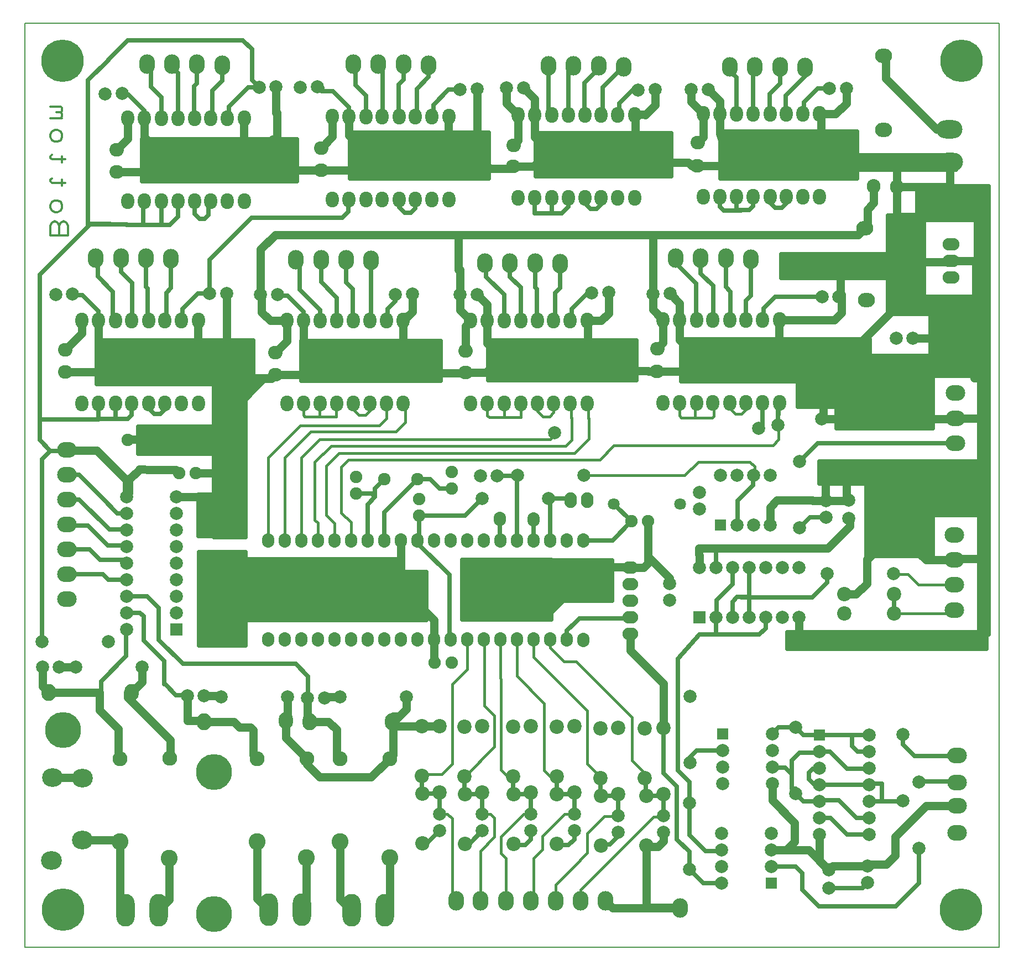
<source format=gbr>
G04 EasyPC Gerber Version 21.0.3 Build 4286 *
G04 #@! TF.Part,Single*
G04 #@! TF.FileFunction,Copper,L2,Bot *
G04 #@! TF.FilePolarity,Positive *
%FSLAX45Y45*%
%MOMM*%
G04 #@! TA.AperFunction,WasherPad*
%ADD11O,1.90000X2.20000*%
%ADD27O,1.90000X2.40000*%
%ADD13O,2.40000X1.90000*%
%ADD16O,2.00000X2.40000*%
%ADD24O,2.10000X2.20000*%
%ADD25O,2.60000X1.90000*%
%ADD15O,2.20000X2.10000*%
%ADD21O,2.20000X2.60000*%
%ADD18O,2.40000X3.00000*%
%ADD23O,2.60000X2.20000*%
%ADD14O,3.00000X2.40000*%
%ADD20O,2.80000X5.00000*%
%ADD26O,3.20000X2.80000*%
%ADD22O,4.00000X2.80000*%
G04 #@! TA.AperFunction,ComponentPad*
%ADD74R,1.79500X1.79500*%
%ADD75R,1.80000X1.80000*%
%ADD76R,1.90000X1.90000*%
G04 #@! TD.AperFunction*
%ADD80C,0.12700*%
%ADD29C,0.35000*%
%ADD78C,0.38100*%
%ADD10C,0.63500*%
%ADD79C,1.27000*%
G04 #@! TA.AperFunction,ComponentPad*
%ADD73C,1.80000*%
G04 #@! TA.AperFunction,WasherPad*
%ADD12C,1.90000*%
G04 #@! TA.AperFunction,ComponentPad*
%ADD72C,1.92400*%
G04 #@! TA.AperFunction,WasherPad*
%ADD17C,2.00000*%
G04 #@! TA.AperFunction,ComponentPad*
%ADD77C,2.20000*%
G04 #@! TA.AperFunction,WasherPad*
%ADD70C,2.28600*%
%ADD71C,2.60000*%
%ADD28C,5.50000*%
%ADD19C,6.50000*%
X0Y0D02*
D02*
D10*
X234590Y8099360D02*
Y7780790D01*
X399430Y7615950*
X234590Y8765060D02*
Y10312020D01*
X1014410Y11091840*
X1309220*
X1318730Y11082330*
X234590Y8765060D02*
Y8099360D01*
Y8847480D02*
Y8765060D01*
X267860Y4691610D02*
Y7484380D01*
X399430Y7615950*
X638780*
X653030Y7630200*
X605010Y8847480D02*
X628900Y8823590D01*
X653030Y5721860D02*
X1198270D01*
X1201440Y5725030*
X1205340*
X1286590Y5643780*
X1569160*
X653030Y6105430D02*
X998560D01*
X1160230Y5943760*
X1523180*
X1569160Y5897780*
X653030Y6485830D02*
Y6473150D01*
X970030*
X1280690Y6162490*
X1558450*
X1569160Y6151780*
X653030Y6866230D02*
X840060D01*
X1299710Y6406580*
X1520810*
X1521610Y6405780*
X1569160*
X653030Y7248530D02*
X833720D01*
X1184320Y6897930*
X1185590*
X1423740Y6659780*
X1569160*
X1106340Y8635090D02*
X3504040D01*
Y9310300*
X1106340*
Y8635090*
G36*
X3504040*
Y9310300*
X1106340*
Y8635090*
G37*
X1136600Y8099360D02*
X234590D01*
X1136600D02*
Y8102530D01*
X1392560*
X1136600Y8343110D02*
X1182420D01*
X1136600D02*
Y8099360D01*
Y9613110D02*
Y9752370D01*
X890780Y9998190*
X757640*
X738620Y10017210*
X1318730Y11082330D02*
X1565990D01*
X1569160Y11079160*
X1819590*
X1392560Y8343110D02*
Y8102530D01*
Y9613110D02*
X1353600D01*
Y10055250*
X1121270Y10287580*
Y10472770*
X1094890Y10499150*
Y10568790*
X1404320Y8286970D02*
X1392560Y8298730D01*
Y8343110*
X1478460Y10568790D02*
Y10352000D01*
X1647260Y10183200*
Y9642520*
X1645360Y9640620*
Y9613110*
X1569160Y4881780D02*
X1560940D01*
Y4468480*
X1177980Y4085520*
Y3935070*
X1152590Y3909680*
X1569160Y5135780D02*
X1769940D01*
X1827640Y5078080*
Y4709780*
X2145140Y4392280*
Y4036680*
X2157840*
X2322940Y3871580*
X2486080*
X2498780Y3858880*
X1569160Y5389780D02*
X1879050D01*
X2060510Y5208320*
Y4716970*
X2428230Y4349250*
X4156150*
X4343180Y4162220*
Y3667700*
X1645360Y8343110D02*
Y8162880D01*
X1585010Y8102530*
X1392560*
X1743510Y7569970D02*
X3052720D01*
Y7986380*
X1743510*
Y7569970*
G36*
X3052720*
Y7986380*
X1743510*
Y7569970*
G37*
X1803740Y11744860D02*
X4177140D01*
Y12391540*
X1803740*
Y11744860*
G36*
X4177140*
Y12391540*
X1803740*
Y11744860*
G37*
X1819590Y11079160D02*
Y11419540D01*
X1840590Y11440540*
X1819590Y11079160D02*
X2098550D01*
X1840590Y12710540D02*
Y12829000D01*
X1594770Y13074820*
X1497730*
X1499420Y13109030*
Y13090510*
X1862030Y10568790D02*
Y10129260D01*
X1891230Y10100060*
Y9623660*
X1901780Y9613110*
X2096550Y12710540D02*
Y13031300D01*
X1937130Y13190720*
Y13475800*
X1876650Y13536280*
X2098550Y11079160D02*
Y11438540D01*
X2096550Y11440540*
X2152220Y8343110D02*
Y8248900D01*
X2085100Y8181780*
X1985480*
X1901780Y8265480*
Y8343110*
X2245600Y10556110D02*
Y10108900D01*
X2173640Y10036940*
Y9634530*
X2152220Y9613110*
X2260220Y13536280D02*
Y13497950D01*
X2351250Y13406920*
Y12739950*
X2349350Y12738050*
Y12710540*
Y11440540D02*
Y11199990D01*
X2228520Y11079160*
X2098550*
X2605770Y11440540D02*
Y11243980D01*
X2681830Y11167920*
X2761080*
X2821310Y11228150*
Y11405640*
X2856210Y11440540*
X2643790Y13536280D02*
Y13246060D01*
X2595220Y13197490*
Y12721090*
X2605770Y12710540*
X2662810Y6305140D02*
X3065400D01*
Y6942310*
X2662810*
Y6305140*
G36*
X3065400*
Y6942310*
X2662810*
Y6305140*
G37*
X2672320Y4631380D02*
X3382400D01*
Y6061050*
X2672320*
Y4631380*
G36*
X3382400*
Y6061050*
X2672320*
Y4631380*
G37*
X2688170Y5018120D02*
X5750390D01*
Y5956440*
X2688170*
Y5018120*
G36*
X5750390*
Y5956440*
X2688170*
Y5018120*
G37*
X2738780Y3477880D02*
X2751840Y3464820D01*
X2836750Y10025150D02*
Y10542090D01*
X3481600Y11186940*
X4867300*
X4962400Y11282040*
Y11458830*
X4972300Y11468730*
X2836750Y10025150D02*
X2658410D01*
X2424740Y9791480*
Y9631250*
X2406600Y9613110*
X2903730Y6295630D02*
X3388740D01*
Y8853820*
X2903730*
Y6295630*
G36*
X3388740*
Y8853820*
X2903730*
Y6295630*
G37*
X2929320Y8758720D02*
X3737670D01*
X2929320Y7931350*
Y8758720*
G36*
X3737670*
X2929320Y7931350*
Y8758720*
G37*
X3027360Y13523600D02*
Y13284100D01*
X2877630Y13134370*
Y12731960*
X2856210Y12710540*
X3594790Y13187210D02*
X3488600Y13293400D01*
Y13765740*
X3347530Y13906800*
X1586340*
X1283860Y13604320*
Y13599310*
X976370Y13291820*
Y11082330*
X1318730*
X3594790Y13187210D02*
X3427030D01*
X3128730Y12888910*
Y12728680*
X3110590Y12710540*
X4241410Y6244910D02*
X4238300Y6248020D01*
X4241700Y8688980D02*
X6371940D01*
Y9294450*
X4241700*
Y8688980*
G36*
X6371940*
Y9294450*
X4241700*
Y8688980*
G37*
X4271960Y9606770D02*
Y9746030D01*
X4026140Y9991850*
X3893000*
X3873980Y10010870*
X4343180Y3667700D02*
Y3819050D01*
X4336840Y3825390*
X4343180Y3667700D02*
Y3496520D01*
X4371710Y3467990*
X4527920Y9606770D02*
Y9771970D01*
X4212940Y10086950*
Y10493940*
X4163450Y10543430*
X4160280*
X4543850D02*
Y10201070D01*
X4782620Y9962300*
Y9636180*
X4780720Y9634280*
Y9606770*
X4927420Y10543430D02*
Y10192890D01*
X5026590Y10093720*
Y9617320*
X5037140Y9606770*
X4972300Y12738730D02*
Y12877990D01*
X4726480Y13123810*
X4551210*
X4483730Y13191290*
X4986420Y11789240D02*
X7110840D01*
Y12489810*
X4986420*
Y11789240*
G36*
X7110840*
Y12489810*
X4986420*
Y11789240*
G37*
X5078350Y6961330D02*
X5316520D01*
X5369990Y6907860*
X5228260Y12738730D02*
Y13059490D01*
X5068840Y13218910*
Y13505810*
X5038370Y13536280*
X5255450Y6244910D02*
Y6793320D01*
X5369990Y6907860*
X5310990Y10530750D02*
Y10032590D01*
X5309000Y10030600*
Y9628190*
X5287580Y9606770*
X5369990Y6907860D02*
Y7040580D01*
X5509470Y7180060*
X5421940Y13536280D02*
Y13496130D01*
X5482960Y13435110*
Y12768140*
X5481060Y12766240*
Y12738730*
X5511410Y6244910D02*
Y6676030D01*
X6017470Y7182090*
Y7180060*
X5684050Y10010870D02*
Y9909090D01*
X5560100Y9785140*
Y9624910*
X5541960Y9606770*
X5776660Y5018120D02*
X6156150D01*
Y5760560*
X5776660*
Y5018120*
G36*
X6156150*
Y5760560*
X5776660*
Y5018120*
G37*
X5805510Y13536280D02*
Y13304260D01*
X5726930Y13225680*
Y12749280*
X5737480Y12738730*
X5987920Y11468730D02*
Y11330140D01*
X5920800Y11263020*
X5821180*
X5737480Y11346720*
Y11468730*
X6017450Y6244910D02*
Y6200530D01*
X6505760Y5712220*
Y4748420*
X6526210Y4727970*
Y4721630*
X6017470Y7180060D02*
X6216380D01*
X6358220Y7038220*
X6542890*
X6045200Y6622140D02*
X6748940D01*
X7008880Y6882080*
X6045200Y6622140D02*
Y6272660D01*
X6017450Y6244910*
X6088500Y2631700D02*
Y2366620D01*
X6094840Y2360280*
Y1598280D02*
X6163770D01*
X6361120Y1795630*
X6094840Y2360280D02*
X6341730D01*
X6361120Y2379670*
X6189080Y13523600D02*
Y13342300D01*
X6009340Y13162560*
Y12760150*
X5987920Y12738730*
X6361120Y2379670D02*
Y2051590D01*
X6672450Y13150770D02*
X6494110D01*
X6260440Y12917100*
Y12756870*
X6242300Y12738730*
X6702300Y5031460D02*
X8067660D01*
Y5947590*
X6702300*
Y5031460*
G36*
X8067660*
Y5947590*
X6702300*
Y5031460*
G37*
X6736620Y2629910D02*
Y2364830D01*
X6742960Y2358490*
Y1596490D02*
X6811890D01*
X7009240Y1793840*
X6742960Y2358490D02*
X6989850D01*
X7009240Y2377880*
Y2049800*
X7103980Y8698490D02*
X9371440D01*
Y9310300*
X7103980*
Y8698490*
G36*
X9371440*
Y9310300*
X7103980*
Y8698490*
G37*
X7237120Y7230780D02*
X7537360D01*
X7550040Y7243460*
X7284670Y6568250D02*
Y6247690D01*
X7287450Y6244910*
X7324930Y9627660D02*
X7345820Y9606770D01*
Y10006780*
X7069110Y10283490*
Y10410290*
X7053260Y10426140*
Y10492710*
X7436830D02*
Y10280320D01*
X7600520Y10116630*
Y9636180*
X7598620Y9634280*
Y9606770*
X7485920Y2629910D02*
Y2364830D01*
X7492260Y2358490*
X7739150*
X7758540Y2377880*
X7543410Y6244910D02*
Y7236830D01*
X7550040Y7243460*
X7598500Y8336650D02*
X7598620Y8336770D01*
X7758540Y1793840D02*
Y1663060D01*
X7669780Y1574300*
X7514450*
X7492260Y1596490*
X7758540Y2377880D02*
Y2049800D01*
X7798210Y6561910D02*
Y6248050D01*
X7795070Y6244910*
X7817620Y11490920D02*
Y11256680D01*
X8073580*
X7820400Y10492710D02*
Y10117810D01*
X7844490Y10093720*
Y9617320*
X7855040Y9606770*
X7831740Y11817770D02*
X9904840D01*
Y12477130*
X7831740*
Y11817770*
G36*
X9904840*
Y12477130*
X7831740*
Y11817770*
G37*
X7950370Y5319930D02*
X9002810D01*
Y5934910*
X7950370*
Y5319930*
G36*
X9002810*
Y5934910*
X7950370*
Y5319930*
G37*
X7988410Y5439730D02*
X8368810D01*
X7988410Y5059330*
Y5439730*
G36*
X8368810*
X7988410Y5059330*
Y5439730*
G37*
X8024880Y6882080D02*
X8337570D01*
X8362020Y6857630*
X8025110Y13510860D02*
Y12809390D01*
X8073580Y12760920*
X8049450Y6244910D02*
Y6857510D01*
X8024880Y6882080*
X8052690Y12781810D02*
X8073580Y12760920D01*
X8059060Y6254520D02*
X8049450Y6244910D01*
X8073580Y11256680D02*
Y11253510D01*
X8224820*
X8326260Y11354950*
Y11490800*
X8326380Y11490920*
X8073580D02*
Y11256680D01*
X8149830Y2629910D02*
Y2364830D01*
X8156170Y2358490*
X8403060*
X8422450Y2377880*
X8203970Y10480030D02*
Y10107670D01*
X8126900Y10030600*
Y9628190*
X8105480Y9606770*
X8305410Y4721630D02*
Y4857110D01*
X8436290Y4987990*
Y4989590*
X8496520Y5049820*
X9215490*
X9232620Y5066950*
X9282680*
X8346620Y8305880D02*
X8359860Y8319120D01*
Y8336770*
X8408680Y13510860D02*
X8381840D01*
X8328280Y13457300*
Y12790330*
X8326380Y12788430*
Y12760920*
X8422450Y1793840D02*
Y1663060D01*
X8333690Y1574300*
X8178360*
X8156170Y1596490*
X8422450Y2377880D02*
Y2049800D01*
X8558210Y6244910D02*
X9007700D01*
X9296170Y6533380*
X8622160Y8330430D02*
X8615820Y8336770D01*
X8685400Y10037830D02*
X8630690D01*
X8378000Y9785140*
Y9624910*
X8359860Y9606770*
X8792250Y13510860D02*
Y13467870D01*
X8572250Y13247870*
Y12771470*
X8582800Y12760920*
X8821870Y2604550D02*
Y2339470D01*
X8828210Y2333130*
X9075100*
X9094490Y2352520*
X8833240Y11490920D02*
Y11385920D01*
X8766120Y11318800*
X8666500*
X8582800Y11402500*
Y11490920*
X9028170Y6802830D02*
Y6801380D01*
X9296170Y6533380*
X9094490Y1768480D02*
Y1713260D01*
X8965040Y1583810*
X8840890*
X8828210Y1571130*
X9094490Y2352520D02*
Y2024440D01*
X9175820Y13498180D02*
X9168090D01*
X8854660Y13184750*
Y12782340*
X8833240Y12760920*
X9398650Y13144430D02*
X9310900D01*
X9105760Y12939290*
Y12779060*
X9087620Y12760920*
X9498440Y2604550D02*
X9517500D01*
Y2339470*
X9523840Y2333130*
X9770730*
X9790120Y2352520*
Y2024440*
X9790540Y3376060D02*
Y2677940D01*
X9993740Y2474740*
Y1661780*
X10184240Y1471280*
Y1204580*
X9972830Y10565620D02*
Y10489540D01*
X10283490Y10178880*
Y9629880*
X10290750Y9622620*
X10061590Y8682640D02*
X12429580D01*
Y8926730*
X10061590*
Y8682640*
G36*
X12429580*
Y8926730*
X10061590*
Y8682640*
G37*
Y8774570D02*
X12946290D01*
Y9326150*
X10061590*
Y8774570*
G36*
X12946290*
Y9326150*
X10061590*
Y8774570*
G37*
X10083780Y6760020D02*
X10044170Y6799630D01*
Y6802830*
X10184240Y2220580D02*
Y1726040D01*
X10429880Y1480400*
X10660920*
X10679540Y1499020*
X10184240Y2220580D02*
Y2538080D01*
X10006440Y2715880*
Y4430380*
X10336640Y4805730*
Y4804470*
X10590640Y4799390*
Y5064470*
X10196940Y2837160D02*
Y2919080D01*
X10298540Y3020680*
X10686150*
X10692240Y3026770*
X10356400Y10565620D02*
Y10331910D01*
X10545450Y10142860*
Y9652030*
X10543550Y9650130*
Y9622620*
X10590640Y5064470D02*
Y4799390D01*
X11255170*
X11352640Y4896860*
Y5064470*
X10590640Y6121280D02*
Y5826470D01*
X10651600Y11506770D02*
Y11357730D01*
X10711440Y11297890*
X10971380*
X10974550Y11301060*
X10651600Y11506770D02*
X10659380Y11498990D01*
X10660720Y11783680D02*
X12749640D01*
Y12502490*
X10660720*
Y11783680*
G36*
X12749640*
Y12502490*
X10660720*
Y11783680*
G37*
X10679540Y991020D02*
X10397800D01*
X10184240Y1204580*
X10739970Y10565620D02*
Y10124990D01*
X10812880Y10052080*
Y9635530*
X10799970Y9622620*
X10802030Y13498180D02*
Y13431300D01*
X10900300Y13333030*
Y12784030*
X10907560Y12776770*
X10844640Y5064470D02*
Y5304990D01*
X10915980Y5376330*
X11025730*
X11028900Y5373160*
X11098640*
X10844640Y5826470D02*
Y5571270D01*
X10602150Y5328780*
Y5075980*
X10590640Y5064470*
X10974550Y11301060D02*
X10907980D01*
Y11361290*
X10907560*
Y11506770*
X11098640Y5064470D02*
Y5373160D01*
X10977720*
Y5376330*
X11107690*
Y5369990*
X12065030*
X12296440Y5601400*
Y5731370*
X11098640Y5826470D02*
Y5373160D01*
X11123540Y10552940D02*
Y9991850D01*
X11050630Y9918940*
Y9622840*
X11050410Y9622620*
X11160360Y11506770D02*
Y11366410D01*
X11095010Y11301060*
X10974550*
X11164350Y7237120D02*
X11161580D01*
Y7088130*
X10921060Y6847610*
Y6485830*
X10910350Y6475120*
X11185600Y13498180D02*
Y13496490D01*
X11162260Y13473150*
Y12806180*
X11160360Y12804280*
Y12776770*
X11304790Y8352620D02*
Y8017500D01*
X11244000Y7956710*
X11541980Y8010600D02*
Y8333850D01*
G75*
G02X11560750Y8352620I18770*
G01*
X11541980Y8010600D02*
Y8162760D01*
X11551490Y8172270*
Y8343360*
X11560750Y8352620*
X11569170Y13498180D02*
Y13239760D01*
X11408840Y13079430*
Y12784710*
X11416780Y12776770*
X11593940Y10264470D02*
X13726110D01*
Y10629020*
X11593940*
Y10264470*
G36*
X13726110*
Y10629020*
X11593940*
Y10264470*
G37*
X11667220Y11506770D02*
Y11401770D01*
X11600100Y11334650*
X11500480*
X11416780Y11418350*
Y11506770*
X11682840Y4582780D02*
X14730840D01*
Y4836780*
X11682840*
Y4582780*
G36*
X14730840*
Y4836780*
X11682840*
Y4582780*
G37*
X11754070Y2504370D02*
Y2871790D01*
X11871660Y2989380*
X12154420*
X12172240Y3007200*
X11754070Y2504370D02*
Y2656830D01*
X11649760Y2761140*
X11465870*
X11454240Y2772770*
X11809840Y2360280D02*
Y2436480D01*
X11754070*
Y2504370*
X11809840Y3376280D02*
X11549750D01*
X11454240Y3280770*
X11846300Y8289560D02*
X12429580D01*
Y8666790*
X11846300*
Y8289560*
G36*
X12429580*
Y8666790*
X11846300*
Y8289560*
G37*
X11865320Y7447940D02*
X12149020Y7731640D01*
X14258670*
X11952740Y13485500D02*
Y13357050D01*
X11656100Y13060410*
Y12787890*
X11667220Y12776770*
X12172240Y1991200D02*
X12344620D01*
X12598620Y1737200*
X12934240*
X12172240Y2245200D02*
X11924920D01*
X11809840Y2360280*
X12172240Y2499200D02*
X12094290D01*
X12013040Y2580450*
Y2688230*
X12070100Y2745290*
X12164330*
X12172240Y2753200*
Y2499200D02*
X12934240D01*
X12172240Y3007200D02*
X12337650D01*
X12599590Y2745260*
X12926300*
X12934240Y2753200*
X12172240Y3261200D02*
X11924920D01*
X11809840Y3376280*
X12172240Y3261200D02*
X12676840D01*
X12175980Y7116660D02*
X14626390D01*
Y7452680*
X12175980*
Y7116660*
G36*
X14626390*
Y7452680*
X12175980*
Y7116660*
G37*
X12214020Y9972830D02*
X11494770D01*
X11322930Y9800990*
Y9640760*
X11304790Y9622620*
X12274250Y6599950D02*
X12033330D01*
X11865320Y6431940*
X12317430Y917480D02*
X12835810D01*
X12914590Y996260*
X12324970Y13165020D02*
X12149620D01*
X11939740Y12955140*
Y12794910*
X11921600Y12776770*
X12439090Y7956710D02*
X13909970D01*
Y8841140*
X12439090*
Y7956710*
G36*
X13909970*
Y8841140*
X12439090*
Y7956710*
G37*
X12676840Y3261200D02*
X12934240D01*
X12698840Y11919210D02*
X14268180D01*
Y12144280*
X12698840*
Y11919210*
G36*
X14268180*
Y12144280*
X12698840*
Y11919210*
G37*
X12895570Y6007160D02*
X13906800D01*
Y7161040*
X12895570*
Y6007160*
G36*
X13906800*
Y7161040*
X12895570*
Y6007160*
G37*
X12934240Y1991200D02*
X12743640D01*
X12471420Y2263420*
X12190460*
X12172240Y2245200*
X12934240D02*
X13111130D01*
X12934240Y3007200D02*
X12760460D01*
X12676840Y3090820*
Y3261200*
X12936780Y8768230D02*
X14477400D01*
Y9066210*
X12936780*
Y8768230*
G36*
X14477400*
Y9066210*
X12936780*
Y8768230*
G37*
X12939950Y6631650D02*
X14607370D01*
Y7218100*
X12939950*
Y6631650*
G36*
X14607370*
Y7218100*
X12939950*
Y6631650*
G37*
X13111130Y2245200D02*
X13438470D01*
X13450320Y2257050*
X13111130Y2245200D02*
X13130780D01*
Y2516990*
X12934240*
Y2499200*
X13222080Y9716060D02*
X13776830D01*
Y11221810*
X13222080*
Y9716060*
G36*
X13776830*
Y11221810*
X13222080*
Y9716060*
G37*
X13315210Y5417540D02*
Y5123930D01*
X13314010Y5122730*
X13450320Y3273050D02*
Y3119290D01*
X13631010Y2938600*
X14195210*
X14204780Y2948170*
X14285310*
X13611990Y9709720D02*
X14527640D01*
Y9972830*
X13611990*
Y9709720*
G36*
X14527640*
Y9972830*
X13611990*
Y9709720*
G37*
X13676740Y11155240D02*
X14591520D01*
Y11668780*
X13676740*
Y11155240*
G36*
X14591520*
Y11668780*
X13676740*
Y11155240*
G37*
X13700750Y1526350D02*
Y995390D01*
X13342540Y637180*
X12167190*
X11911440Y892930*
Y1148200*
X11813790Y1245850*
X11442370*
X11441540Y1245020*
X13700750Y2542350D02*
Y2551920D01*
X14255750*
X14275380Y2532290*
X14282810*
X13875100Y9009150D02*
X14502240D01*
Y9836520*
X13875100*
Y9009150*
G36*
X14502240*
Y9836520*
X13875100*
Y9009150*
G37*
X14144550Y2948170D02*
X14285310D01*
X14213500Y5148090D02*
X14242820Y5177410D01*
X14623220Y4802560D02*
X14769040D01*
Y11669380*
X14623220*
Y4802560*
G36*
X14769040*
Y11669380*
X14623220*
Y4802560*
G37*
D02*
D11*
X3730830Y4721630D03*
X3731070Y6244910D03*
X3985450Y4721630D03*
Y6244910D03*
X4241410Y4721630D03*
Y6244910D03*
X4494210Y4721630D03*
Y6244910D03*
X4750630Y4721630D03*
Y6244910D03*
X5001070Y4721630D03*
Y6244910D03*
X5255450Y4721630D03*
Y6244910D03*
X5511410Y4721630D03*
Y6244910D03*
X5763070Y4721630D03*
Y6244910D03*
X6017450Y4721630D03*
Y6244910D03*
X6273410Y4721630D03*
Y6244910D03*
X6526210Y4721630D03*
Y6244910D03*
X6782630Y4721630D03*
Y6244910D03*
X7033070Y4721630D03*
Y6244910D03*
X7284670Y6568250D03*
X7287450Y4721630D03*
Y6244910D03*
X7543410Y4721630D03*
Y6244910D03*
X7795070Y4721630D03*
Y6244910D03*
X7798210Y6561910D03*
X8049450Y4721630D03*
Y6244910D03*
X8305410Y4721630D03*
Y6244910D03*
X8558210D03*
X8563090Y4717630D03*
D02*
D12*
X1581840Y7779190D03*
X2371170Y7275160D03*
X2627130D03*
X5078350Y6961330D03*
Y7217290D03*
X6045200Y6622140D03*
Y6878100D03*
X6285340Y4366880D03*
X6541300D03*
X6542890Y7038220D03*
Y7294180D03*
X7579480Y5487940D03*
X8185860D03*
X9296170Y6533380D03*
X9552130D03*
D02*
D13*
X9282680Y4810530D03*
Y5066950D03*
Y5319750D03*
Y5575710D03*
Y5830090D03*
D02*
D14*
X653030Y5341460D03*
Y5721860D03*
Y6105430D03*
Y6485830D03*
Y6866230D03*
Y7248530D03*
Y7630200D03*
X14242820Y5177410D03*
Y5560980D03*
Y5943760D03*
Y6324160D03*
X14258670Y7731640D03*
Y8115210D03*
Y8498780D03*
X14282140Y2177860D03*
X14282810Y1765150D03*
Y2532290D03*
X14285310Y2948170D03*
D02*
D15*
X625730Y9162780D03*
X628900Y8823590D03*
X1410910Y12223870D03*
X1414080Y11884680D03*
X3842280Y9120100D03*
X3845450Y8780910D03*
X4542620Y12252060D03*
X4545790Y11912870D03*
X6755280Y8815780D03*
X6758450Y9142290D03*
X7483040Y11969930D03*
X7490720Y12296440D03*
X9687530Y8828460D03*
X9690700Y9180330D03*
X10304340Y11982610D03*
X10307510Y12334480D03*
D02*
D16*
X882220Y8343110D03*
Y9613110D03*
X1136600Y8343110D03*
Y9613110D03*
X1392560Y8343110D03*
Y9613110D03*
X1586210Y11440540D03*
Y12710540D03*
X1645360Y8343110D03*
Y9613110D03*
X1840590Y11440540D03*
Y12710540D03*
X1901780Y8343110D03*
Y9613110D03*
X2096550Y11440540D03*
Y12710540D03*
X2152220Y8343110D03*
Y9613110D03*
X2349350Y11440540D03*
Y12710540D03*
X2406600Y8343110D03*
Y9613110D03*
X2605770Y11440540D03*
Y12710540D03*
X2662560Y8343110D03*
Y9613110D03*
X2856210Y11440540D03*
Y12710540D03*
X3110590Y11440540D03*
Y12710540D03*
X3366550Y11440540D03*
Y12710540D03*
X4017580Y8336770D03*
Y9606770D03*
X4271960Y8336770D03*
Y9606770D03*
X4527920Y8336770D03*
Y9606770D03*
X4717920Y11468730D03*
Y12738730D03*
X4780720Y8336770D03*
Y9606770D03*
X4972300Y11468730D03*
Y12738730D03*
X5037140Y8336770D03*
Y9606770D03*
X5228260Y11468730D03*
Y12738730D03*
X5287580Y8336770D03*
Y9606770D03*
X5481060Y11468730D03*
Y12738730D03*
X5541960Y8336770D03*
Y9606770D03*
X5737480Y11468730D03*
Y12738730D03*
X5797920Y8336770D03*
Y9606770D03*
X5987920Y11468730D03*
Y12738730D03*
X6242300Y11468730D03*
Y12738730D03*
X6498260Y11468730D03*
Y12738730D03*
X6835480Y8336770D03*
Y9606770D03*
X7089860Y8336770D03*
Y9606770D03*
X7345820Y8336770D03*
Y9606770D03*
X7563240Y11490920D03*
Y12760920D03*
X7598620Y8336770D03*
Y9606770D03*
X7817620Y11490920D03*
Y12760920D03*
X7855040Y8336770D03*
Y9606770D03*
X8073580Y11490920D03*
Y12760920D03*
X8105480Y8336770D03*
Y9606770D03*
X8326380Y11490920D03*
Y12760920D03*
X8359860Y8336770D03*
Y9606770D03*
X8582800Y11490920D03*
Y12760920D03*
X8615820Y8336770D03*
Y9606770D03*
X8833240Y11490920D03*
Y12760920D03*
X9087620Y11490920D03*
Y12760920D03*
X9343580Y11490920D03*
Y12760920D03*
X9780410Y8352620D03*
Y9622620D03*
X10034790Y8352620D03*
Y9622620D03*
X10290750Y8352620D03*
Y9622620D03*
X10397220Y11506770D03*
Y12776770D03*
X10543550Y8352620D03*
Y9622620D03*
X10651600Y11506770D03*
Y12776770D03*
X10799970Y8352620D03*
Y9622620D03*
X10907560Y11506770D03*
Y12776770D03*
X11050410Y8352620D03*
Y9622620D03*
X11160360Y11506770D03*
Y12776770D03*
X11304790Y8352620D03*
Y9622620D03*
X11416780Y11506770D03*
Y12776770D03*
X11560750Y8352620D03*
Y9622620D03*
X11667220Y11506770D03*
Y12776770D03*
X11916040Y11506770D03*
X11921600Y12776770D03*
X12177560Y11506770D03*
Y12776770D03*
D02*
D17*
X267860Y4691610D03*
X276280Y4303380D03*
X478270Y10012470D03*
X532240Y4303380D03*
X738620Y10017210D03*
X784280Y4303380D03*
X1239070Y13085770D03*
X1283860Y4691610D03*
X1499420Y13090510D03*
X1569160Y4881780D03*
Y5135780D03*
Y5389780D03*
Y5643780D03*
Y5897780D03*
Y6151780D03*
Y6405780D03*
Y6659780D03*
Y6913780D03*
X1800280Y4303380D03*
X2331160Y5135780D03*
Y5389780D03*
Y5643780D03*
Y5897780D03*
Y6151780D03*
Y6405780D03*
Y6659780D03*
Y6913780D03*
X2498780Y3858880D03*
X2754740D03*
X2836750Y10025150D03*
X3014950Y3842050D03*
X3097100Y10029890D03*
X3594790Y13187210D03*
X3613630Y10006130D03*
X3855140Y13191950D03*
X3873980Y10010870D03*
X4030950Y3842050D03*
X4223380Y13186550D03*
X4336840Y3825390D03*
X4483730Y13191290D03*
X4592800Y3825390D03*
X4834530Y3842050D03*
X5684050Y10010870D03*
X5850530Y3842050D03*
X5940820Y10014040D03*
X6361120Y1795630D03*
Y2051590D03*
X6672450Y13150770D03*
X6672860Y10006130D03*
X6932800Y13155510D03*
X6933210Y10010870D03*
X6986330Y7230780D03*
X7008880Y6882080D03*
X7009240Y1793840D03*
Y2049800D03*
X7237120Y7230780D03*
X7386110Y13172400D03*
X7550040Y7243460D03*
X7646460Y13177140D03*
X7758540Y1793840D03*
Y2049800D03*
X8024880Y6882080D03*
X8121550Y7890140D03*
X8422450Y1793840D03*
Y2049800D03*
X8566040Y7243460D03*
X8685400Y10037830D03*
X8945750Y10042570D03*
X9094490Y1768480D03*
Y2024440D03*
X9398650Y13144430D03*
X9623720Y10019720D03*
X9659000Y13149170D03*
X9790120Y1768480D03*
Y2024440D03*
X9882030Y5328890D03*
Y5579680D03*
X9884070Y10024460D03*
X10184240Y1204580D03*
Y2220580D03*
X10196940Y2837160D03*
Y3853160D03*
X10213340Y13147600D03*
X10336640Y5826470D03*
X10340550Y6725840D03*
Y6976630D03*
X10473690Y13152340D03*
X10590640Y5064470D03*
Y5826470D03*
X10656350Y7237120D03*
X10679540Y991020D03*
Y1245020D03*
Y1499020D03*
Y1753020D03*
X10692240Y2518770D03*
Y2772770D03*
Y3026770D03*
X10844640Y5064470D03*
Y5826470D03*
X10910350Y6475120D03*
Y7237120D03*
X11098640Y5064470D03*
Y5826470D03*
X11164350Y6475120D03*
Y7237120D03*
X11244000Y7956710D03*
X11352640Y5064470D03*
Y5826470D03*
X11418350Y6475120D03*
Y7237120D03*
X11441540Y1245020D03*
Y1499020D03*
Y1753020D03*
X11454240Y2518770D03*
Y2772770D03*
Y3026770D03*
Y3280770D03*
X11541980Y8010600D03*
X11606640Y5064470D03*
Y5826470D03*
X11809840Y2360280D03*
Y3376280D03*
X11860640Y5064470D03*
Y5826470D03*
X11865320Y6431940D03*
Y7447940D03*
X12172240Y1737200D03*
Y1991200D03*
Y2245200D03*
Y2499200D03*
Y2753200D03*
Y3007200D03*
X12204510Y8105700D03*
X12214020Y9972830D03*
X12274250Y6599950D03*
Y6850740D03*
X12296440Y5731370D03*
X12314090Y1191360D03*
X12317430Y917480D03*
X12324970Y13165020D03*
X12467620Y9976000D03*
X12585320Y13169760D03*
X12624000Y6583280D03*
Y6859890D03*
X12914590Y996260D03*
Y1252220D03*
X12934240Y1737200D03*
Y1991200D03*
Y2245200D03*
Y2499200D03*
Y2753200D03*
Y3007200D03*
Y3261200D03*
X13312440Y5731370D03*
X13348080Y9337340D03*
X13450320Y2257050D03*
Y3273050D03*
X13601250Y9337430D03*
X13700750Y1526350D03*
Y2542350D03*
D02*
D18*
X1094890Y10568790D03*
X1478460D03*
X1862030D03*
X1876650Y13536280D03*
X2245600Y10556110D03*
X2260220Y13536280D03*
X2643790D03*
X3027360Y13523600D03*
X4160280Y10543430D03*
X4543850D03*
X4927420D03*
X5038370Y13536280D03*
X5310990Y10530750D03*
X5421940Y13536280D03*
X5805510D03*
X6189080Y13523600D03*
X6608360Y721980D03*
X6985680D03*
X7053260Y10492710D03*
X7373600Y721980D03*
X7436830Y10492710D03*
X7752730Y721980D03*
X7820400Y10492710D03*
X8025110Y13510860D03*
X8136300Y721980D03*
X8203970Y10480030D03*
X8408680Y13510860D03*
X8519870Y721980D03*
X8792250Y13510860D03*
X8901540Y721980D03*
X9175820Y13498180D03*
X9972830Y10565620D03*
X10039400Y608650D03*
X10356400Y10565620D03*
X10739970D03*
X10802030Y13498180D03*
X11123540Y10552940D03*
X11185600Y13498180D03*
X11569170D03*
X11952740Y13485500D03*
D02*
D19*
X586460Y13586630D03*
X589630Y586460D03*
X14344260D03*
X14347430Y13586630D03*
D02*
D70*
X1465820Y2895730D03*
X2223450Y2906380D03*
X3564630Y2900560D03*
X4322260D03*
X4836750D03*
X5594380D03*
D02*
D71*
X1465820Y1625730D03*
X2221230Y1373790D03*
X3564630Y1630560D03*
X4320040Y1378620D03*
X4836750Y1630560D03*
X5592160Y1378620D03*
D02*
D20*
X1550140Y580120D03*
X2060480D03*
X3740880Y581440D03*
X4251220D03*
X5013000Y573780D03*
X5523340D03*
D02*
D21*
X371820Y3910480D03*
X1642990Y3916820D03*
X2751840Y3464820D03*
X4003990Y3477500D03*
X4371710Y3467990D03*
X5630200D03*
D02*
D22*
X14162530Y12538510D03*
X14172040Y12037680D03*
D02*
D23*
X12870210Y11028440D03*
X12892400Y9928450D03*
X13156040Y12531810D03*
Y13669050D03*
D02*
D24*
X13007370Y11666190D03*
X13359240Y11663020D03*
D02*
D25*
X14188930Y10270010D03*
Y10524010D03*
Y10778010D03*
D02*
D26*
X417940Y1335250D03*
X430640Y2606420D03*
X884670Y2603250D03*
X887840Y1649080D03*
D02*
D27*
X8362020Y6857630D03*
X8616400D03*
D02*
D28*
X595740Y3338180D03*
X2907140Y518780D03*
Y2690480D03*
D02*
D29*
X532190Y11068650D02*
X509690Y11113650D01*
X464690Y11136150*
X419690Y11113650*
X397190Y11068650*
Y10911150*
X667190*
Y11068650*
X644690Y11113650*
X599690Y11136150*
X554690Y11113650*
X532190Y11068650*
Y10911150*
X464690Y11271150D02*
X419690Y11293650D01*
X397190Y11338650*
Y11383650*
X419690Y11428650*
X464690Y11451150*
X509690*
X554690Y11428650*
X577190Y11383650*
Y11338650*
X554690Y11293650*
X509690Y11271150*
X464690*
X577190Y11676150D02*
Y11766150D01*
X622190Y11721150D02*
X419690D01*
X397190Y11743650*
Y11766150*
X419690Y11788650*
X577190Y12036150D02*
Y12126150D01*
X622190Y12081150D02*
X419690D01*
X397190Y12103650*
Y12126150*
X419690Y12148650*
X464690Y12351150D02*
X419690Y12373650D01*
X397190Y12418650*
Y12463650*
X419690Y12508650*
X464690Y12531150*
X509690*
X554690Y12508650*
X577190Y12463650*
Y12418650*
X554690Y12373650*
X509690Y12351150*
X464690*
X397190Y12711150D02*
X577190D01*
X554690D02*
X577190Y12733650D01*
Y12778650*
X554690Y12801150*
X487190*
X554690D02*
X577190Y12823650D01*
Y12868650*
X554690Y12891150*
X397190*
D02*
D72*
X5509470Y7180060D03*
X6017470D03*
D02*
D73*
X9028170Y6802830D03*
X10044170D03*
D02*
D74*
X12172240Y3261200D03*
D02*
D75*
X10656350Y6475120D03*
X10692240Y3280770D03*
X11441540Y991020D03*
D02*
D76*
X2331160Y4881780D03*
X10336640Y5064470D03*
D02*
D77*
X6088500Y2631700D03*
Y3393700D03*
X6094840Y1598280D03*
Y2360280D03*
X6361120Y2379670D03*
Y3395670D03*
X6736620Y2629910D03*
Y3391910D03*
X6742960Y1596490D03*
Y2358490D03*
X7009240Y2377880D03*
Y3393880D03*
X7485920Y2629910D03*
Y3391910D03*
X7492260Y1596490D03*
Y2358490D03*
X7758540Y2377880D03*
Y3393880D03*
X8149830Y2629910D03*
Y3391910D03*
X8156170Y1596490D03*
Y2358490D03*
X8422450Y2377880D03*
Y3393880D03*
X8821870Y2604550D03*
Y3366550D03*
X8828210Y1571130D03*
Y2333130D03*
X9094490Y2352520D03*
Y3368520D03*
X9498440Y2604550D03*
Y3366550D03*
X9523840Y1571130D03*
Y2333130D03*
X9790120Y2352520D03*
Y3368520D03*
X12552010Y5122730D03*
X12553210Y5417540D03*
X13314010Y5122730D03*
X13315210Y5417540D03*
D02*
D78*
X3730830Y4721630D02*
Y4651890D01*
X3706650*
X3731070Y6244910D02*
Y7512630D01*
X4222700Y8004260*
X5434180*
X5541960Y8112040*
Y8159590*
X3985450Y6244910D02*
Y7510240D01*
X4384370Y7909160*
X5690390*
X5833040Y8051810*
Y8301650*
X5797920Y8336770*
X4238300Y6248020D02*
Y6603120D01*
X4241470Y6606290*
Y7509740*
X4520430Y7788700*
X8054980*
X8131060Y7864780*
Y7890140*
X8121550*
X4271960Y8336770D02*
Y8158990D01*
X4292170Y8138780*
X4520040*
X4494210Y6244910D02*
Y6511190D01*
X4447520Y6557880*
Y7439690*
X4698260Y7690430*
X8289560*
X8378320Y7779190*
Y8121550*
X8368810Y8118380*
Y8320360*
G75*
G02X8359860Y8329310J8950*
G01*
Y8336770*
X4520040Y8138780D02*
Y8297810D01*
X4527920Y8305690*
Y8336770*
X4520040Y8138780D02*
X4774040D01*
Y8298610*
X4780720Y8305290*
Y8336770*
X4750630Y6244910D02*
Y6504850D01*
X4625040Y6630440*
Y7388420*
X4816100Y7579480*
X8425870*
X8644600Y7798210*
Y8115710*
X8638260Y8112290*
Y8327510*
G75*
G03X8629000Y8336770I-9260*
G01*
X8615820*
X5001070Y6244910D02*
Y6517530D01*
X4850110Y6668490*
Y7367090*
X4964230Y7481210*
X8809440*
X9028170Y7699940*
X11462730*
X11551490Y7788700*
Y8172270*
X5287580Y8336770D02*
Y8231300D01*
X5220460Y8164180*
X5120840*
X5037140Y8247880*
Y8336770*
X5541960Y8159590D02*
Y8336770D01*
Y8159590D02*
X5541400Y8159030D01*
Y8336210*
G75*
G02X5541960Y8336770I560*
G01*
X6361120Y2051590D02*
X6479730D01*
X6552040Y1979280*
Y868480*
X6608360Y812160*
Y721980*
X6736620Y2629910D02*
X6745470D01*
X7199740Y3084180*
Y3554080*
X7043750Y3710070*
Y4710950*
X7033070Y4721630*
X6782630D02*
Y4269180D01*
X6552040Y4038590*
Y2820110*
X6390370Y2658440*
X6115240*
X6088500Y2631700*
X7009240Y2049800D02*
X7139510D01*
X7199740Y1989570*
Y1699880*
X6985680Y1485820*
Y721980*
X7089860Y8336770D02*
Y8152880D01*
X7116660Y8126080*
X7345820*
X7287450Y4721630D02*
Y4129800D01*
X7301340Y4115910*
Y2725010*
X7396440Y2629910*
X7485920*
X7345820Y8126080D02*
X7596690D01*
X7598500Y8127890*
Y8336650*
X7345820Y8336770D02*
Y8126080D01*
X7543410Y4721630D02*
Y4164080D01*
X7961740Y3745750*
Y2715500*
X8047330Y2629910*
X8149830*
X7758540Y2049800D02*
X7644240D01*
X7301340Y1706900*
Y1445880*
X7377540Y1369680*
Y725920*
X7373600Y721980*
X7795070Y4721630D02*
Y4457350D01*
X8622140Y3630280*
Y2816980*
X8821870Y2617250*
Y2604550*
X8049450Y4721630D02*
Y4601210D01*
X8266540Y4384120*
X8452500*
X9307940Y3528680*
Y2870830*
X9498440Y2680330*
Y2604550*
X8105480Y8336770D02*
Y8204520D01*
X8038360Y8137400*
X7938740*
X7855040Y8221100*
Y8336770*
X8136300Y721980D02*
Y966860D01*
X8512330Y1342890*
Y1344010*
X8622160Y1453840*
Y1756360*
X8883180Y2017380*
X9069130*
X9076190Y2024440*
X9094490*
X8422450Y2049800D02*
X8273560D01*
X7936340Y1712580*
Y1509380*
X7796640Y1369680*
Y765890*
X7752730Y721980*
X8519870D02*
Y886410D01*
X9638140Y2004680*
X9770360*
X9790120Y2024440*
X8566040Y7243460D02*
X8980580D01*
X8986960Y7237080*
X10109140*
X10318400Y7446340*
X11110860*
X11180600Y7376600*
Y7253370*
X11164350Y7237120*
X10034790Y8352620D02*
Y8259030D01*
X10031840Y8256080*
Y8151480*
X10058420Y8121550*
Y8124720*
X10096460*
X10533920*
X10552940Y8143740*
Y8343230*
X10543550Y8352620*
X10096460Y8124720D02*
X10270810D01*
Y8332680*
X10290750Y8352620*
X11050410D02*
Y8247620D01*
X10983290Y8180500*
X10883670*
X10799970Y8264200*
Y8352620*
X13314010Y5122730D02*
X14188140D01*
X14242820Y5177410*
Y5560980D02*
X13693620D01*
X13529570Y5725030*
X13318780*
X13312440Y5731370*
D02*
D79*
X276280Y4303380D02*
Y4006020D01*
X371820Y3910480*
X761730*
Y3909680*
X1152590*
X430640Y2606420D02*
X881500D01*
X884670Y2603250*
X478270Y10012470D02*
X482860D01*
X532240Y4303380D02*
X784280D01*
X628900Y8823590D02*
X1141840D01*
X1314130Y8995880*
Y9011980*
X1946140*
Y9202180*
X653030Y7630200D02*
X732280D01*
X741790Y7620690*
X1109350*
X1569160Y7160880*
Y6913780*
X738620Y10017210D02*
Y10011090D01*
X882220Y9613110D02*
Y9419270D01*
X625730Y9162780*
X887840Y1649080D02*
X1442470D01*
X1465820Y1625730*
X1136600Y9613110D02*
Y9323830D01*
X1258250Y9202180*
X1946140*
X1152590Y3909680D02*
Y3640360D01*
X1439160Y3353790*
Y2922390*
X1465820Y2895730*
X1414080Y11884680D02*
X1865740D01*
X2074370Y12093310*
Y12109410*
X2650130*
Y12299610*
X1465820Y1625730D02*
Y664440D01*
X1550140Y580120*
X1569160Y6913780D02*
Y6970840D01*
X1600860*
Y7189570*
X1616710*
X1756190Y7329050*
Y7335390*
X1959070Y7329050*
X2317280*
X2371170Y7275160*
X1586210Y12710540D02*
Y12399170D01*
X1410910Y12223870*
X1642990Y3916820D02*
X1583050D01*
Y3836710*
X2234040Y3185720*
Y2906380*
X2223450*
X1800280Y4303380D02*
Y4074110D01*
X1642990Y3916820*
X1840590Y12710540D02*
Y12421260D01*
X1962240Y12299610*
X2650130*
X1946140Y9202180D02*
X2554780D01*
X2659390Y9306790*
Y9609940*
X2662560Y9613110*
X2035150Y7788700D02*
X1591350D01*
X1581840Y7779190*
X2221230Y1373790D02*
Y740870D01*
X2060480Y580120*
X2331160Y6913780D02*
X3024190D01*
X2498780Y3858880D02*
Y3477880D01*
X2738780*
X2627130Y7275160D02*
X3261940D01*
X2650130Y12299610D02*
X3258770D01*
X3363380Y12404220*
Y12707370*
X3366550Y12710540*
X2751840Y3464820D02*
X3208320D01*
X3293910Y3379230*
X3464140*
X3505350Y3338020*
Y2959840*
X3564630Y2900560*
X2754740Y3858880D02*
X2998120D01*
X3014950Y3842050*
X3097100Y10029890D02*
Y9291280D01*
X3125630Y8986960D02*
X3132200D01*
X3398480Y8720680*
X3785220*
X3845450Y8780910*
X3564630Y1630560D02*
Y757690D01*
X3740880Y581440*
X3613630Y10006130D02*
X3618220D01*
X3845450Y8780910D02*
X4329540D01*
X4538170Y8989540*
Y9005640*
X5081500*
X3855140Y13191950D02*
Y12790960D01*
X3864240*
Y12366180*
X3801090*
Y12388710*
X3873980Y10010870D02*
Y10004750D01*
X4003990Y3477500D02*
Y3218830D01*
X4322260Y2900560*
X4017580Y9606770D02*
X3763250D01*
X3631040Y9738980*
Y9988720*
X3613630Y10006130*
X4017580Y9606770D02*
Y9295400D01*
X3842280Y9120100*
X4030950Y3842050D02*
Y3504460D01*
X4003990Y3477500*
X4271960Y9606770D02*
Y9317490D01*
X4393610Y9195840*
X5081500*
X4320040Y1378620D02*
Y650260D01*
X4251220Y581440*
X4322260Y2900560D02*
Y2812060D01*
X4520040Y2614280*
X5308100*
X5594380Y2900560*
X4336840Y3825390D02*
Y3502860D01*
X4371710Y3467990*
X4659230*
X4782860Y3344360*
Y2954450*
X4836750Y2900560*
X4483730Y13191290D02*
Y13177700D01*
X4528520*
Y13165020*
X4545790Y11912870D02*
X3634170D01*
X3547240Y12150620*
X4545790Y11912870D02*
X5040740D01*
X5249370Y12121500*
Y12137600*
X5781840*
X4717920Y12738730D02*
Y12427360D01*
X4542620Y12252060*
X4834530Y3842050D02*
X4609460D01*
X4592800Y3825390*
X4836750Y1630560D02*
Y750030D01*
X5013000Y573780*
X4972300Y12738730D02*
Y12449450D01*
X5093950Y12327800*
X5781840*
X5081500Y9005640D02*
X5982120D01*
X6181490Y8806270*
X6738540*
X6748050Y8815780*
X6755280*
X5081500Y9195840D02*
Y9005640D01*
Y9195840D02*
X5690140D01*
X5794750Y9300450*
Y9603600*
X5797920Y9606770*
X5592160Y1378620D02*
Y642600D01*
X5523340Y573780*
X5630200Y3467990D02*
X5655560D01*
X5737980Y3550410*
X5850530Y3662960*
Y3842050*
X5737980Y3550410D02*
X5649220D01*
Y2955400*
X5594380Y2900560*
X5781840Y12137600D02*
X6926550D01*
X7125920Y11938230*
X7444110*
X7475810Y11969930*
X7483040*
X5781840Y12327800D02*
Y12137600D01*
Y12327800D02*
X6390480D01*
X6495090Y12432410*
Y12735560*
X6498260Y12738730*
X5940820Y10014040D02*
Y9749670D01*
X5797920Y9606770*
X6088500Y3393700D02*
X5704490D01*
X5630200Y3467990*
X6273410Y4721630D02*
Y5026060D01*
X5763980Y5535490*
Y6209130*
X5763070Y6210040*
Y6244910*
X6273410Y4721630D02*
Y4378810D01*
X6285340Y4366880*
X6361120Y3395670D02*
X6090470D01*
X6088500Y3393700*
X6385210Y3360210D02*
X6351720Y3393700D01*
X6574820Y10927000D02*
X9624130D01*
X6574820D02*
X3839110D01*
X3617210Y10705100*
Y10009710*
X3613630Y10006130*
X6672860D02*
Y10391270D01*
X6647500*
Y10927000*
X6574820*
X6672860Y10006130D02*
Y9769390D01*
X6835480Y9606770*
X6755280Y8815780D02*
X7066030D01*
X7301860Y9051610*
X6835480Y9606770D02*
X6758450Y9529740D01*
Y9142290*
X6932800Y13155510D02*
Y12416900D01*
X7089860Y9606770D02*
Y9854220D01*
X6933210Y10010870*
X7089860Y9606770D02*
Y9263600D01*
X7301860Y9051610*
X7316120Y9088400*
X8409770*
X8574270Y9252900*
X8625330*
X7386110Y13172400D02*
Y12938050D01*
X7563240Y12760920*
X7483040Y11969930D02*
X7793790D01*
X8029620Y12205760*
X7563240Y12760920D02*
Y12368960D01*
X7490720Y12296440*
X7817620Y12760920D02*
Y13005980D01*
X7646460Y13177140*
X7817620Y12760920D02*
Y12417750D01*
X8029620Y12205760*
X8043880Y12242550*
X9137530*
X9302030Y12407050*
X9353090*
X8067660Y5811280D02*
Y5606140D01*
X8185860Y5487940*
Y5595060*
X8426780Y5835980*
X9248020*
X9253910Y5830090*
X9282680*
X8625330Y9252900D02*
Y9157450D01*
X8945500Y8837280*
X9548050*
X9556870Y8828460*
X9687530*
X8625330Y9252900D02*
Y9597260D01*
X8615820Y9606770*
X8945750Y10042570D02*
Y9724060D01*
X8828460Y9606770*
X8615820*
X9282680Y4810530D02*
Y4559190D01*
X9790540Y4051330*
Y3376060*
X9353090Y12407050D02*
X9432340D01*
X9806400Y12032990*
X10164860*
X10215240Y11982610*
X10304340*
X9353090Y12407050D02*
Y12751410D01*
X9343580Y12760920*
X9523840Y1571130D02*
Y620380D01*
X10044540*
Y613020*
X9552130Y5992480D02*
Y5893950D01*
X9485560Y5827380*
X9339950*
X9337240Y5830090*
X9282680*
X9552130Y6533380D02*
Y5992480D01*
X9623720Y10019720D02*
Y10473690D01*
X9624130*
Y10927000*
X9623720Y10019720D02*
Y9779310D01*
X9780410Y9622620*
X9624130Y10927000D02*
X12768770D01*
X12870210Y11028440*
X9659000Y13149170D02*
Y12913080D01*
X9506840Y12760920*
Y12765600*
X9343580Y12760920*
X9687530Y8828460D02*
X10400780D01*
Y8847480*
X11307740*
X11557830Y9097570*
Y9597260*
X11560750Y9600180*
Y9622620*
X9780410D02*
Y9270040D01*
X9690700Y9180330*
X9790120Y1768480D02*
Y1637700D01*
X9701360Y1548940*
X9546030*
X9523840Y1571130*
X9790120Y3368520D02*
Y3375640D01*
X9790540Y3376060*
X9882030Y5579680D02*
Y5662580D01*
X9552130Y5992480*
X10034790Y9622620D02*
Y9873740D01*
X9884070Y10024460*
X10034790Y9622620D02*
Y9314910D01*
X10239110Y9110590*
X10038580Y9626410D02*
X10034790Y9622620D01*
X10044540Y613020D02*
X9010500D01*
X8901540Y721980*
X10044540Y613020D02*
X9995790Y564270D01*
X9995020*
X10039400Y608650*
X10213340Y13147600D02*
Y12960650D01*
X10397220Y12776770*
X10304340Y11982610D02*
X11017590D01*
Y12001630*
X11952830*
X12202920Y12251720*
Y12751410*
X12177560Y12776770*
X10324700Y6121280D02*
X12299610D01*
X12635630Y6457300*
Y6571650*
X12624000Y6583280*
X10324700Y6121280D02*
X10590640D01*
X10336640Y5826470D02*
Y6014270D01*
X10324700Y6026210*
Y6121280*
X10397220Y12776770D02*
Y12424190D01*
X10307510Y12334480*
X10651600Y12776770D02*
Y12974430D01*
X10473690Y13152340*
X10651600Y12776770D02*
Y12469060D01*
X10722780Y12264740*
X11418350Y6475120D02*
Y6748940D01*
X11526130Y6856720*
X12065330*
X12071310Y6850740*
X12274250*
X11454240Y2518770D02*
Y2258680D01*
X11797140Y1915780*
Y1629450*
X11670340Y1502650*
X11445170*
X11441540Y1499020*
X11560750Y9622620D02*
X12402710D01*
X12512000Y9731910*
Y10008860*
X12479140Y9976000*
X12467620*
X11860640Y5064470D02*
Y4735180D01*
X12125260Y9005980D02*
X12233040D01*
Y8184950*
X12204510Y8156420*
Y8105700*
X12172240Y1737200D02*
Y1333210D01*
X12314090Y1191360*
X12204510Y8105700D02*
X14249160D01*
X14258670Y8115210*
X12271080Y7205420D02*
Y6853910D01*
X12274250Y6850740*
X12614850*
X12624000Y6859890*
X12314090Y1191360D02*
Y1193360D01*
X12011140Y1496310*
X11444250*
X11441540Y1499020*
X12328140Y12099900D02*
Y12075780D01*
X13524340*
X13359240Y11910680*
Y11663020*
X12467620Y9976000D02*
X12499320D01*
Y10286660*
X12693850Y10476860*
X13431300*
X12553210Y5417540D02*
X12737070D01*
X12901910Y5582380*
Y5950100*
X12958970Y6007160*
X12585320Y13169760D02*
Y12942020D01*
X12420070Y12776770*
X12177560*
X12591250Y7205420D02*
Y6892640D01*
X12624000Y6859890*
X12914590Y1252220D02*
X12374950D01*
X12314090Y1191360*
X13007370Y11666190D02*
Y11412860D01*
X12911420Y11316910*
Y11069650*
X12870210Y11028440*
X13301330Y9982340D02*
Y9769950D01*
X12794130Y9262750*
X13359240Y11202750D02*
X13702140D01*
Y11228150*
X14049450*
X13359240Y11202750D02*
Y11129030D01*
X13431300Y11056970*
Y10476860*
X13359240Y11663020D02*
Y11202750D01*
Y11663020D02*
X14142930D01*
X14172040Y11633910*
X13431300Y10476860D02*
X13522070D01*
X13556940Y10511730*
X14148120*
X14160400Y10524010*
X14188930*
X13601250Y9337430D02*
X14543970D01*
X13957520Y12112580D02*
X14097140D01*
X14172040Y12037680*
X14162530Y12538510D02*
X13972810D01*
X13194140Y13317180*
Y13583460*
X13156040Y13621560*
Y13669050*
X14172040Y11633910D02*
Y12037680D01*
X14188930Y10524010D02*
X14413600D01*
X14414000Y10524410*
X14242820Y5943760D02*
X13805360D01*
X13675390Y6073730*
X14258670Y8115210D02*
X14648580D01*
X14282140Y2177860D02*
X13808530D01*
X13331040Y1700370*
Y1413250*
X13199290Y1281500*
X12943870*
X12914590Y1252220*
X14414000Y10524410D02*
X14559050D01*
X14594690Y10498280*
Y11580020*
X14540800Y11633910*
X14172040*
X14543970Y9337430D02*
X14566160D01*
Y10530750*
X14559820Y10524410*
X14414000*
X14543970Y9337430D02*
Y8727020D01*
X14648580*
Y8115210*
Y7129340*
X14651750Y7252970*
Y5962780*
X14261840*
X14242820Y5943760*
D02*
D80*
X6350Y6350D02*
X14927540D01*
Y14163570*
X6350*
Y6350*
X0Y0D02*
M02*

</source>
